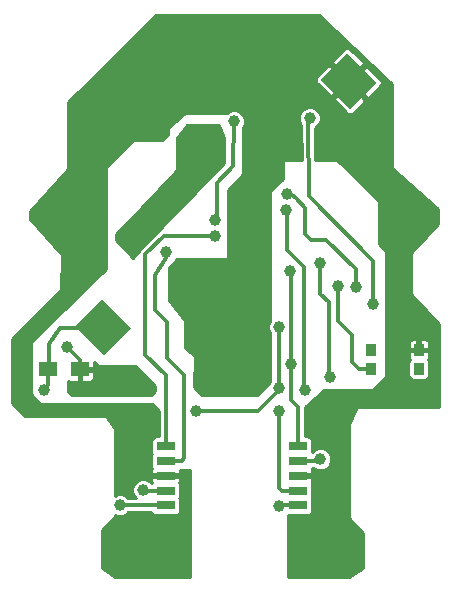
<source format=gbl>
G04 #@! TF.FileFunction,Copper,L2,Bot,Signal*
%FSLAX46Y46*%
G04 Gerber Fmt 4.6, Leading zero omitted, Abs format (unit mm)*
G04 Created by KiCad (PCBNEW (2014-11-29 BZR 5307)-product) date 2/1/2015 9:55:14 PM*
%MOMM*%
G01*
G04 APERTURE LIST*
%ADD10C,0.150000*%
%ADD11R,1.600000X0.800000*%
%ADD12R,3.000000X2.100000*%
%ADD13R,1.500000X1.300000*%
%ADD14R,0.900000X1.000000*%
%ADD15C,1.000000*%
%ADD16C,0.300000*%
%ADD17C,0.254000*%
G04 APERTURE END LIST*
D10*
D11*
X118100000Y-124000000D03*
X118100000Y-125250000D03*
X118100000Y-126500000D03*
X118100000Y-127750000D03*
X118100000Y-129000000D03*
D12*
X121000000Y-121450000D03*
X121000000Y-131550000D03*
D10*
G36*
X101711596Y-116263278D02*
X99236722Y-113788404D01*
X101499464Y-111525662D01*
X103974338Y-114000536D01*
X101711596Y-116263278D01*
X101711596Y-116263278D01*
G37*
G36*
X122500536Y-95474338D02*
X120025662Y-92999464D01*
X122288404Y-90736722D01*
X124763278Y-93211596D01*
X122500536Y-95474338D01*
X122500536Y-95474338D01*
G37*
D13*
X96950000Y-117500000D03*
X99650000Y-117500000D03*
D14*
X124250000Y-117450000D03*
X128350000Y-117450000D03*
X124250000Y-115850000D03*
X128350000Y-115850000D03*
D11*
X106900000Y-129000000D03*
X106900000Y-127750000D03*
X106900000Y-126500000D03*
X106900000Y-125250000D03*
X106900000Y-124000000D03*
D12*
X104000000Y-131550000D03*
X104000000Y-121450000D03*
D15*
X123150000Y-100250000D03*
X124400000Y-101450000D03*
X115900000Y-100850000D03*
X101050000Y-104500000D03*
X97300000Y-104750000D03*
X112275000Y-108975000D03*
X112325000Y-111175000D03*
X111300000Y-114550000D03*
X106900000Y-134450000D03*
X118100000Y-134450000D03*
X126950000Y-107750000D03*
X106150000Y-96750000D03*
X127700000Y-104600000D03*
X116500000Y-98900000D03*
X112500000Y-88200000D03*
X110900000Y-97400000D03*
X109500000Y-121000000D03*
X116500000Y-113900000D03*
X116500000Y-119100000D03*
X105000000Y-119000000D03*
X105000000Y-127700000D03*
X98550000Y-115625000D03*
X99310000Y-119180000D03*
X103250000Y-106200000D03*
X105040000Y-106270000D03*
X109000000Y-97500000D03*
X121500000Y-110400000D03*
X106975000Y-107575000D03*
X111050000Y-106225000D03*
X117450000Y-109150000D03*
X117500000Y-117000000D03*
X120800000Y-118100000D03*
X120000000Y-108500000D03*
X120000000Y-125100000D03*
X123000000Y-110500000D03*
X117150000Y-102675000D03*
X116500000Y-129100000D03*
X117100000Y-104000000D03*
X118700000Y-119200000D03*
X116500000Y-121000000D03*
X96600000Y-119200000D03*
X103000000Y-129000000D03*
X119100000Y-96200000D03*
X112670611Y-96499666D03*
X111075000Y-104850000D03*
X124430000Y-111960000D03*
D16*
X123150000Y-100250000D02*
X123200000Y-100250000D01*
X123200000Y-100250000D02*
X124400000Y-101450000D01*
X112325000Y-113525000D02*
X112325000Y-111175000D01*
X111300000Y-114550000D02*
X112325000Y-113525000D01*
X116500000Y-119100000D02*
X116500000Y-119200000D01*
X114700000Y-121000000D02*
X109500000Y-121000000D01*
X116500000Y-119200000D02*
X114700000Y-121000000D01*
X116500000Y-119100000D02*
X116500000Y-113900000D01*
X106900000Y-127750000D02*
X105050000Y-127750000D01*
X105050000Y-127750000D02*
X105000000Y-127700000D01*
X99350000Y-117500000D02*
X104000000Y-117500000D01*
X104000000Y-117500000D02*
X105000000Y-118500000D01*
X105000000Y-118500000D02*
X105000000Y-119000000D01*
X105250000Y-127950000D02*
X105000000Y-127700000D01*
X99650000Y-116725000D02*
X98550000Y-115625000D01*
X99650000Y-117500000D02*
X99650000Y-116725000D01*
X99650000Y-118840000D02*
X99310000Y-119180000D01*
X99650000Y-117500000D02*
X99650000Y-118840000D01*
X109000000Y-100200000D02*
X103250000Y-105950000D01*
X103250000Y-105950000D02*
X103250000Y-106200000D01*
X109000000Y-97500000D02*
X109000000Y-100200000D01*
X124250000Y-117450000D02*
X123300000Y-117450000D01*
X121790000Y-113690000D02*
X121500000Y-113400000D01*
X121500000Y-113400000D02*
X121500000Y-110400000D01*
X122700000Y-114600000D02*
X121790000Y-113690000D01*
X122700000Y-116850000D02*
X122700000Y-114600000D01*
X123300000Y-117450000D02*
X122700000Y-116850000D01*
X106900000Y-125250000D02*
X108250000Y-125250000D01*
X106975000Y-108075000D02*
X106975000Y-107575000D01*
X106000000Y-109500000D02*
X106975000Y-108075000D01*
X106000000Y-112500000D02*
X106000000Y-109500000D01*
X107000000Y-113500000D02*
X106000000Y-112500000D01*
X107000000Y-116500000D02*
X107000000Y-113500000D01*
X108500000Y-118000000D02*
X107000000Y-116500000D01*
X108500000Y-125000000D02*
X108500000Y-118000000D01*
X108250000Y-125250000D02*
X108500000Y-125000000D01*
X106900000Y-118000000D02*
X106900000Y-124000000D01*
X105175000Y-116275000D02*
X106900000Y-118000000D01*
X105175000Y-107725000D02*
X105175000Y-116275000D01*
X106725000Y-106175000D02*
X105175000Y-107725000D01*
X111000000Y-106175000D02*
X106725000Y-106175000D01*
X111050000Y-106225000D02*
X111000000Y-106175000D01*
X117500000Y-112000000D02*
X117500000Y-117000000D01*
X117500000Y-109200000D02*
X117500000Y-112000000D01*
X117450000Y-109150000D02*
X117500000Y-109200000D01*
X118100000Y-124000000D02*
X118100000Y-120700000D01*
X117500000Y-118097500D02*
X117500000Y-117000000D01*
X117500000Y-120100000D02*
X117500000Y-118097500D01*
X118100000Y-120700000D02*
X117500000Y-120100000D01*
X120000000Y-110500000D02*
X120000000Y-108500000D01*
X120000000Y-111100000D02*
X120000000Y-110500000D01*
X120700000Y-111800000D02*
X120000000Y-111100000D01*
X120700000Y-118000000D02*
X120700000Y-111800000D01*
X120700000Y-118000000D02*
X120800000Y-118100000D01*
X118100000Y-125250000D02*
X119850000Y-125250000D01*
X119850000Y-125250000D02*
X120000000Y-125100000D01*
X119750000Y-125350000D02*
X120000000Y-125100000D01*
X119200000Y-106500000D02*
X118700000Y-106000000D01*
X118700000Y-106000000D02*
X118700000Y-103800000D01*
X118700000Y-103800000D02*
X117900000Y-103000000D01*
X123000000Y-109000000D02*
X123000000Y-110500000D01*
X120500000Y-106500000D02*
X123000000Y-109000000D01*
X120500000Y-106500000D02*
X119200000Y-106500000D01*
X117600000Y-102700000D02*
X117900000Y-103000000D01*
X117175000Y-102700000D02*
X117600000Y-102700000D01*
X117150000Y-102675000D02*
X117175000Y-102700000D01*
X118100000Y-129000000D02*
X116500000Y-129000000D01*
X116500000Y-129000000D02*
X116500000Y-129100000D01*
X117200000Y-104100000D02*
X117100000Y-104000000D01*
X118600000Y-108800000D02*
X117200000Y-107400000D01*
X118600000Y-119100000D02*
X118600000Y-108800000D01*
X118700000Y-119200000D02*
X118600000Y-119100000D01*
X117200000Y-107400000D02*
X117200000Y-104100000D01*
X118100000Y-127750000D02*
X116750000Y-127750000D01*
X116500000Y-122000000D02*
X116500000Y-121000000D01*
X116500000Y-127500000D02*
X116500000Y-122000000D01*
X116750000Y-127750000D02*
X116500000Y-127500000D01*
X96600000Y-117850000D02*
X96950000Y-117500000D01*
X96600000Y-119200000D02*
X96750000Y-119050000D01*
X106900000Y-129000000D02*
X103000000Y-129000000D01*
X101605530Y-113894470D02*
X99605530Y-113894470D01*
X99605530Y-113894470D02*
X99500000Y-114000000D01*
X99500000Y-114000000D02*
X98000000Y-114000000D01*
X98000000Y-114000000D02*
X97050000Y-115350000D01*
X97050000Y-115350000D02*
X97050000Y-118000000D01*
X96950000Y-118850000D02*
X96600000Y-119200000D01*
X96950000Y-117500000D02*
X96950000Y-118850000D01*
X119100000Y-96200000D02*
X118975000Y-96325000D01*
X118975000Y-96325000D02*
X119000000Y-102800000D01*
X119000000Y-102800000D02*
X124457500Y-108282500D01*
X112600000Y-100300000D02*
X112670611Y-96499666D01*
X111225000Y-101675000D02*
X112600000Y-100300000D01*
X111225000Y-104700000D02*
X111225000Y-101675000D01*
X111075000Y-104850000D02*
X111225000Y-104700000D01*
X124430000Y-111960000D02*
X124457500Y-111932500D01*
X124457500Y-111932500D02*
X124457500Y-108282500D01*
D17*
G36*
X130073000Y-120673000D02*
X129235365Y-120673000D01*
X129235365Y-117950000D01*
X129235365Y-116950000D01*
X129203776Y-116787186D01*
X129109777Y-116644091D01*
X129161993Y-116591876D01*
X129227000Y-116434936D01*
X129227000Y-116265065D01*
X129227000Y-116079750D01*
X129227000Y-115620250D01*
X129227000Y-115434935D01*
X129227000Y-115265064D01*
X129161993Y-115108124D01*
X129041876Y-114988007D01*
X128884935Y-114923000D01*
X128579750Y-114923000D01*
X128473000Y-115029750D01*
X128473000Y-115727000D01*
X129120250Y-115727000D01*
X129227000Y-115620250D01*
X129227000Y-116079750D01*
X129120250Y-115973000D01*
X128473000Y-115973000D01*
X128473000Y-115993000D01*
X128227000Y-115993000D01*
X128227000Y-115973000D01*
X128227000Y-115727000D01*
X128227000Y-115029750D01*
X128120250Y-114923000D01*
X127815065Y-114923000D01*
X127658124Y-114988007D01*
X127538007Y-115108124D01*
X127473000Y-115265064D01*
X127473000Y-115434935D01*
X127473000Y-115620250D01*
X127579750Y-115727000D01*
X128227000Y-115727000D01*
X128227000Y-115973000D01*
X127579750Y-115973000D01*
X127473000Y-116079750D01*
X127473000Y-116265065D01*
X127473000Y-116434936D01*
X127538007Y-116591876D01*
X127590971Y-116644840D01*
X127498300Y-116782132D01*
X127464635Y-116950000D01*
X127464635Y-117950000D01*
X127496224Y-118112814D01*
X127590224Y-118255912D01*
X127732132Y-118351700D01*
X127900000Y-118385365D01*
X128800000Y-118385365D01*
X128962814Y-118353776D01*
X129105912Y-118259776D01*
X129201700Y-118117868D01*
X129235365Y-117950000D01*
X129235365Y-120673000D01*
X123120174Y-120673000D01*
X122433000Y-122101033D01*
X122433000Y-130079043D01*
X123613000Y-131379043D01*
X123613000Y-134302920D01*
X122440790Y-135103000D01*
X117246810Y-135103000D01*
X117238888Y-129823109D01*
X117300000Y-129835365D01*
X118900000Y-129835365D01*
X119062814Y-129803776D01*
X119205912Y-129709776D01*
X119301700Y-129567868D01*
X119335365Y-129400000D01*
X119335365Y-128600000D01*
X119303776Y-128437186D01*
X119263029Y-128375157D01*
X119301700Y-128317868D01*
X119335365Y-128150000D01*
X119335365Y-127350000D01*
X119303776Y-127187186D01*
X119266641Y-127130654D01*
X119327000Y-126984935D01*
X119327000Y-126729750D01*
X119220250Y-126623000D01*
X118223000Y-126623000D01*
X118223000Y-126643000D01*
X117977000Y-126643000D01*
X117977000Y-126623000D01*
X117957000Y-126623000D01*
X117957000Y-126377000D01*
X117977000Y-126377000D01*
X117977000Y-126357000D01*
X118223000Y-126357000D01*
X118223000Y-126377000D01*
X119220250Y-126377000D01*
X119327000Y-126270250D01*
X119327000Y-126015065D01*
X119266759Y-125869631D01*
X119295535Y-125827000D01*
X119415898Y-125827000D01*
X119474211Y-125885414D01*
X119814799Y-126026839D01*
X120183583Y-126027161D01*
X120524417Y-125886331D01*
X120785414Y-125625789D01*
X120926839Y-125285201D01*
X120927161Y-124916417D01*
X120786331Y-124575583D01*
X120525789Y-124314586D01*
X120185201Y-124173161D01*
X119816417Y-124172839D01*
X119475583Y-124313669D01*
X119321914Y-124467069D01*
X119335365Y-124400000D01*
X119335365Y-123600000D01*
X119303776Y-123437186D01*
X119209776Y-123294088D01*
X119067868Y-123198300D01*
X118900000Y-123164635D01*
X118677000Y-123164635D01*
X118677000Y-120712219D01*
X120347073Y-119277000D01*
X124452605Y-119277000D01*
X125577000Y-118152605D01*
X125577000Y-112700124D01*
X125587101Y-107528605D01*
X125190278Y-107119757D01*
X125190278Y-93296532D01*
X125190278Y-93126660D01*
X125125271Y-92969720D01*
X125005154Y-92849603D01*
X123990233Y-91834682D01*
X123839266Y-91834682D01*
X123665318Y-92008630D01*
X123665318Y-91660734D01*
X123665318Y-91509767D01*
X122650397Y-90494846D01*
X122530280Y-90374729D01*
X122373340Y-90309722D01*
X122203468Y-90309722D01*
X122046528Y-90374730D01*
X121017556Y-91403701D01*
X121017556Y-91554668D01*
X122394470Y-92931582D01*
X123665318Y-91660734D01*
X123665318Y-92008630D01*
X122568418Y-93105530D01*
X123945332Y-94482444D01*
X124096299Y-94482444D01*
X125125270Y-93453472D01*
X125190278Y-93296532D01*
X125190278Y-107119757D01*
X124927000Y-106848502D01*
X124927000Y-103247395D01*
X123771384Y-102091779D01*
X123771384Y-94807359D01*
X123771384Y-94656392D01*
X122394470Y-93279478D01*
X122220522Y-93453426D01*
X122220522Y-93105530D01*
X120843608Y-91728616D01*
X120692641Y-91728616D01*
X119663670Y-92757588D01*
X119598662Y-92914528D01*
X119598662Y-93084400D01*
X119663669Y-93241340D01*
X119783786Y-93361457D01*
X120798707Y-94376378D01*
X120949674Y-94376378D01*
X122220522Y-93105530D01*
X122220522Y-93453426D01*
X121123622Y-94550326D01*
X121123622Y-94701293D01*
X122138543Y-95716214D01*
X122258660Y-95836331D01*
X122415600Y-95901338D01*
X122585472Y-95901338D01*
X122742412Y-95836330D01*
X123771384Y-94807359D01*
X123771384Y-102091779D01*
X121452605Y-99773000D01*
X119565317Y-99773000D01*
X119554669Y-97015150D01*
X119624417Y-96986331D01*
X119885414Y-96725789D01*
X120026839Y-96385201D01*
X120027161Y-96016417D01*
X119886331Y-95675583D01*
X119625789Y-95414586D01*
X119285201Y-95273161D01*
X118916417Y-95272839D01*
X118575583Y-95413669D01*
X118314586Y-95674211D01*
X118173161Y-96014799D01*
X118172839Y-96383583D01*
X118313669Y-96724417D01*
X118399870Y-96810769D01*
X118411308Y-99773000D01*
X116864595Y-99773000D01*
X116848562Y-101344287D01*
X115723247Y-102394581D01*
X115698000Y-108024715D01*
X115698000Y-113414154D01*
X115573161Y-113714799D01*
X115572839Y-114083583D01*
X115698000Y-114386495D01*
X115698000Y-118548211D01*
X114646576Y-119623000D01*
X110022553Y-119623000D01*
X109327546Y-119017672D01*
X109352572Y-116365016D01*
X108552638Y-115715070D01*
X108577474Y-113355654D01*
X107202000Y-111655068D01*
X107202000Y-108919549D01*
X107836039Y-108127000D01*
X112152000Y-108127000D01*
X112152000Y-102324164D01*
X113427000Y-100924164D01*
X113427000Y-97054429D01*
X113456025Y-97025455D01*
X113597450Y-96684867D01*
X113597772Y-96316083D01*
X113456942Y-95975249D01*
X113196400Y-95714252D01*
X112855812Y-95572827D01*
X112487028Y-95572505D01*
X112146194Y-95713335D01*
X112086424Y-95773000D01*
X108553020Y-95773000D01*
X107073000Y-97041588D01*
X107073000Y-97640516D01*
X106554020Y-98073000D01*
X104147395Y-98073000D01*
X101873000Y-100347395D01*
X101873000Y-108956981D01*
X95543000Y-115216981D01*
X95543000Y-119617224D01*
X96241848Y-120427000D01*
X105745986Y-120427000D01*
X106323000Y-121026207D01*
X106323000Y-123164635D01*
X106100000Y-123164635D01*
X105937186Y-123196224D01*
X105794088Y-123290224D01*
X105698300Y-123432132D01*
X105664635Y-123600000D01*
X105664635Y-124400000D01*
X105696224Y-124562814D01*
X105736970Y-124624842D01*
X105698300Y-124682132D01*
X105664635Y-124850000D01*
X105664635Y-125650000D01*
X105696224Y-125812814D01*
X105733358Y-125869345D01*
X105673000Y-126015065D01*
X105673000Y-126270250D01*
X105779750Y-126377000D01*
X106777000Y-126377000D01*
X106777000Y-126357000D01*
X107023000Y-126357000D01*
X107023000Y-126377000D01*
X108020250Y-126377000D01*
X108127000Y-126270250D01*
X108127000Y-126027000D01*
X108973000Y-126027000D01*
X108973000Y-135073000D01*
X102589829Y-135073000D01*
X101527000Y-134333641D01*
X101527000Y-131053504D01*
X102577000Y-130028504D01*
X102577000Y-129828095D01*
X102814799Y-129926839D01*
X103183583Y-129927161D01*
X103524417Y-129786331D01*
X103734113Y-129577000D01*
X105705542Y-129577000D01*
X105790224Y-129705912D01*
X105932132Y-129801700D01*
X106100000Y-129835365D01*
X107700000Y-129835365D01*
X107862814Y-129803776D01*
X108005912Y-129709776D01*
X108101700Y-129567868D01*
X108135365Y-129400000D01*
X108135365Y-128600000D01*
X108103776Y-128437186D01*
X108063029Y-128375157D01*
X108101700Y-128317868D01*
X108135365Y-128150000D01*
X108135365Y-127350000D01*
X108103776Y-127187186D01*
X108066641Y-127130654D01*
X108127000Y-126984935D01*
X108127000Y-126729750D01*
X108020250Y-126623000D01*
X107023000Y-126623000D01*
X107023000Y-126643000D01*
X106777000Y-126643000D01*
X106777000Y-126623000D01*
X105779750Y-126623000D01*
X105673000Y-126729750D01*
X105673000Y-126984935D01*
X105727598Y-127116748D01*
X105525789Y-126914586D01*
X105185201Y-126773161D01*
X104816417Y-126772839D01*
X104475583Y-126913669D01*
X104214586Y-127174211D01*
X104073161Y-127514799D01*
X104072839Y-127883583D01*
X104213669Y-128224417D01*
X104411905Y-128423000D01*
X103733839Y-128423000D01*
X103525789Y-128214586D01*
X103185201Y-128073161D01*
X102816417Y-128072839D01*
X102577000Y-128171764D01*
X102577000Y-122500367D01*
X101866587Y-121473000D01*
X94955526Y-121473000D01*
X93917000Y-120350269D01*
X93917000Y-114912156D01*
X98025756Y-110753415D01*
X98094178Y-107899251D01*
X98250829Y-107889142D01*
X95427000Y-104751269D01*
X95427000Y-104049306D01*
X98627000Y-100549306D01*
X98627000Y-94853105D01*
X106052107Y-87527000D01*
X119849817Y-87527000D01*
X126073000Y-93355060D01*
X126073000Y-100456669D01*
X129973000Y-103956669D01*
X129973000Y-105150467D01*
X127673000Y-107650467D01*
X127673000Y-109860857D01*
X127662087Y-109915721D01*
X127662087Y-109915722D01*
X127662087Y-110084278D01*
X127662087Y-110084279D01*
X127673000Y-110139142D01*
X127673000Y-111151093D01*
X130073000Y-113651093D01*
X130073000Y-120673000D01*
X130073000Y-120673000D01*
G37*
X130073000Y-120673000D02*
X129235365Y-120673000D01*
X129235365Y-117950000D01*
X129235365Y-116950000D01*
X129203776Y-116787186D01*
X129109777Y-116644091D01*
X129161993Y-116591876D01*
X129227000Y-116434936D01*
X129227000Y-116265065D01*
X129227000Y-116079750D01*
X129227000Y-115620250D01*
X129227000Y-115434935D01*
X129227000Y-115265064D01*
X129161993Y-115108124D01*
X129041876Y-114988007D01*
X128884935Y-114923000D01*
X128579750Y-114923000D01*
X128473000Y-115029750D01*
X128473000Y-115727000D01*
X129120250Y-115727000D01*
X129227000Y-115620250D01*
X129227000Y-116079750D01*
X129120250Y-115973000D01*
X128473000Y-115973000D01*
X128473000Y-115993000D01*
X128227000Y-115993000D01*
X128227000Y-115973000D01*
X128227000Y-115727000D01*
X128227000Y-115029750D01*
X128120250Y-114923000D01*
X127815065Y-114923000D01*
X127658124Y-114988007D01*
X127538007Y-115108124D01*
X127473000Y-115265064D01*
X127473000Y-115434935D01*
X127473000Y-115620250D01*
X127579750Y-115727000D01*
X128227000Y-115727000D01*
X128227000Y-115973000D01*
X127579750Y-115973000D01*
X127473000Y-116079750D01*
X127473000Y-116265065D01*
X127473000Y-116434936D01*
X127538007Y-116591876D01*
X127590971Y-116644840D01*
X127498300Y-116782132D01*
X127464635Y-116950000D01*
X127464635Y-117950000D01*
X127496224Y-118112814D01*
X127590224Y-118255912D01*
X127732132Y-118351700D01*
X127900000Y-118385365D01*
X128800000Y-118385365D01*
X128962814Y-118353776D01*
X129105912Y-118259776D01*
X129201700Y-118117868D01*
X129235365Y-117950000D01*
X129235365Y-120673000D01*
X123120174Y-120673000D01*
X122433000Y-122101033D01*
X122433000Y-130079043D01*
X123613000Y-131379043D01*
X123613000Y-134302920D01*
X122440790Y-135103000D01*
X117246810Y-135103000D01*
X117238888Y-129823109D01*
X117300000Y-129835365D01*
X118900000Y-129835365D01*
X119062814Y-129803776D01*
X119205912Y-129709776D01*
X119301700Y-129567868D01*
X119335365Y-129400000D01*
X119335365Y-128600000D01*
X119303776Y-128437186D01*
X119263029Y-128375157D01*
X119301700Y-128317868D01*
X119335365Y-128150000D01*
X119335365Y-127350000D01*
X119303776Y-127187186D01*
X119266641Y-127130654D01*
X119327000Y-126984935D01*
X119327000Y-126729750D01*
X119220250Y-126623000D01*
X118223000Y-126623000D01*
X118223000Y-126643000D01*
X117977000Y-126643000D01*
X117977000Y-126623000D01*
X117957000Y-126623000D01*
X117957000Y-126377000D01*
X117977000Y-126377000D01*
X117977000Y-126357000D01*
X118223000Y-126357000D01*
X118223000Y-126377000D01*
X119220250Y-126377000D01*
X119327000Y-126270250D01*
X119327000Y-126015065D01*
X119266759Y-125869631D01*
X119295535Y-125827000D01*
X119415898Y-125827000D01*
X119474211Y-125885414D01*
X119814799Y-126026839D01*
X120183583Y-126027161D01*
X120524417Y-125886331D01*
X120785414Y-125625789D01*
X120926839Y-125285201D01*
X120927161Y-124916417D01*
X120786331Y-124575583D01*
X120525789Y-124314586D01*
X120185201Y-124173161D01*
X119816417Y-124172839D01*
X119475583Y-124313669D01*
X119321914Y-124467069D01*
X119335365Y-124400000D01*
X119335365Y-123600000D01*
X119303776Y-123437186D01*
X119209776Y-123294088D01*
X119067868Y-123198300D01*
X118900000Y-123164635D01*
X118677000Y-123164635D01*
X118677000Y-120712219D01*
X120347073Y-119277000D01*
X124452605Y-119277000D01*
X125577000Y-118152605D01*
X125577000Y-112700124D01*
X125587101Y-107528605D01*
X125190278Y-107119757D01*
X125190278Y-93296532D01*
X125190278Y-93126660D01*
X125125271Y-92969720D01*
X125005154Y-92849603D01*
X123990233Y-91834682D01*
X123839266Y-91834682D01*
X123665318Y-92008630D01*
X123665318Y-91660734D01*
X123665318Y-91509767D01*
X122650397Y-90494846D01*
X122530280Y-90374729D01*
X122373340Y-90309722D01*
X122203468Y-90309722D01*
X122046528Y-90374730D01*
X121017556Y-91403701D01*
X121017556Y-91554668D01*
X122394470Y-92931582D01*
X123665318Y-91660734D01*
X123665318Y-92008630D01*
X122568418Y-93105530D01*
X123945332Y-94482444D01*
X124096299Y-94482444D01*
X125125270Y-93453472D01*
X125190278Y-93296532D01*
X125190278Y-107119757D01*
X124927000Y-106848502D01*
X124927000Y-103247395D01*
X123771384Y-102091779D01*
X123771384Y-94807359D01*
X123771384Y-94656392D01*
X122394470Y-93279478D01*
X122220522Y-93453426D01*
X122220522Y-93105530D01*
X120843608Y-91728616D01*
X120692641Y-91728616D01*
X119663670Y-92757588D01*
X119598662Y-92914528D01*
X119598662Y-93084400D01*
X119663669Y-93241340D01*
X119783786Y-93361457D01*
X120798707Y-94376378D01*
X120949674Y-94376378D01*
X122220522Y-93105530D01*
X122220522Y-93453426D01*
X121123622Y-94550326D01*
X121123622Y-94701293D01*
X122138543Y-95716214D01*
X122258660Y-95836331D01*
X122415600Y-95901338D01*
X122585472Y-95901338D01*
X122742412Y-95836330D01*
X123771384Y-94807359D01*
X123771384Y-102091779D01*
X121452605Y-99773000D01*
X119565317Y-99773000D01*
X119554669Y-97015150D01*
X119624417Y-96986331D01*
X119885414Y-96725789D01*
X120026839Y-96385201D01*
X120027161Y-96016417D01*
X119886331Y-95675583D01*
X119625789Y-95414586D01*
X119285201Y-95273161D01*
X118916417Y-95272839D01*
X118575583Y-95413669D01*
X118314586Y-95674211D01*
X118173161Y-96014799D01*
X118172839Y-96383583D01*
X118313669Y-96724417D01*
X118399870Y-96810769D01*
X118411308Y-99773000D01*
X116864595Y-99773000D01*
X116848562Y-101344287D01*
X115723247Y-102394581D01*
X115698000Y-108024715D01*
X115698000Y-113414154D01*
X115573161Y-113714799D01*
X115572839Y-114083583D01*
X115698000Y-114386495D01*
X115698000Y-118548211D01*
X114646576Y-119623000D01*
X110022553Y-119623000D01*
X109327546Y-119017672D01*
X109352572Y-116365016D01*
X108552638Y-115715070D01*
X108577474Y-113355654D01*
X107202000Y-111655068D01*
X107202000Y-108919549D01*
X107836039Y-108127000D01*
X112152000Y-108127000D01*
X112152000Y-102324164D01*
X113427000Y-100924164D01*
X113427000Y-97054429D01*
X113456025Y-97025455D01*
X113597450Y-96684867D01*
X113597772Y-96316083D01*
X113456942Y-95975249D01*
X113196400Y-95714252D01*
X112855812Y-95572827D01*
X112487028Y-95572505D01*
X112146194Y-95713335D01*
X112086424Y-95773000D01*
X108553020Y-95773000D01*
X107073000Y-97041588D01*
X107073000Y-97640516D01*
X106554020Y-98073000D01*
X104147395Y-98073000D01*
X101873000Y-100347395D01*
X101873000Y-108956981D01*
X95543000Y-115216981D01*
X95543000Y-119617224D01*
X96241848Y-120427000D01*
X105745986Y-120427000D01*
X106323000Y-121026207D01*
X106323000Y-123164635D01*
X106100000Y-123164635D01*
X105937186Y-123196224D01*
X105794088Y-123290224D01*
X105698300Y-123432132D01*
X105664635Y-123600000D01*
X105664635Y-124400000D01*
X105696224Y-124562814D01*
X105736970Y-124624842D01*
X105698300Y-124682132D01*
X105664635Y-124850000D01*
X105664635Y-125650000D01*
X105696224Y-125812814D01*
X105733358Y-125869345D01*
X105673000Y-126015065D01*
X105673000Y-126270250D01*
X105779750Y-126377000D01*
X106777000Y-126377000D01*
X106777000Y-126357000D01*
X107023000Y-126357000D01*
X107023000Y-126377000D01*
X108020250Y-126377000D01*
X108127000Y-126270250D01*
X108127000Y-126027000D01*
X108973000Y-126027000D01*
X108973000Y-135073000D01*
X102589829Y-135073000D01*
X101527000Y-134333641D01*
X101527000Y-131053504D01*
X102577000Y-130028504D01*
X102577000Y-129828095D01*
X102814799Y-129926839D01*
X103183583Y-129927161D01*
X103524417Y-129786331D01*
X103734113Y-129577000D01*
X105705542Y-129577000D01*
X105790224Y-129705912D01*
X105932132Y-129801700D01*
X106100000Y-129835365D01*
X107700000Y-129835365D01*
X107862814Y-129803776D01*
X108005912Y-129709776D01*
X108101700Y-129567868D01*
X108135365Y-129400000D01*
X108135365Y-128600000D01*
X108103776Y-128437186D01*
X108063029Y-128375157D01*
X108101700Y-128317868D01*
X108135365Y-128150000D01*
X108135365Y-127350000D01*
X108103776Y-127187186D01*
X108066641Y-127130654D01*
X108127000Y-126984935D01*
X108127000Y-126729750D01*
X108020250Y-126623000D01*
X107023000Y-126623000D01*
X107023000Y-126643000D01*
X106777000Y-126643000D01*
X106777000Y-126623000D01*
X105779750Y-126623000D01*
X105673000Y-126729750D01*
X105673000Y-126984935D01*
X105727598Y-127116748D01*
X105525789Y-126914586D01*
X105185201Y-126773161D01*
X104816417Y-126772839D01*
X104475583Y-126913669D01*
X104214586Y-127174211D01*
X104073161Y-127514799D01*
X104072839Y-127883583D01*
X104213669Y-128224417D01*
X104411905Y-128423000D01*
X103733839Y-128423000D01*
X103525789Y-128214586D01*
X103185201Y-128073161D01*
X102816417Y-128072839D01*
X102577000Y-128171764D01*
X102577000Y-122500367D01*
X101866587Y-121473000D01*
X94955526Y-121473000D01*
X93917000Y-120350269D01*
X93917000Y-114912156D01*
X98025756Y-110753415D01*
X98094178Y-107899251D01*
X98250829Y-107889142D01*
X95427000Y-104751269D01*
X95427000Y-104049306D01*
X98627000Y-100549306D01*
X98627000Y-94853105D01*
X106052107Y-87527000D01*
X119849817Y-87527000D01*
X126073000Y-93355060D01*
X126073000Y-100456669D01*
X129973000Y-103956669D01*
X129973000Y-105150467D01*
X127673000Y-107650467D01*
X127673000Y-109860857D01*
X127662087Y-109915721D01*
X127662087Y-109915722D01*
X127662087Y-110084278D01*
X127662087Y-110084279D01*
X127673000Y-110139142D01*
X127673000Y-111151093D01*
X130073000Y-113651093D01*
X130073000Y-120673000D01*
G36*
X111872772Y-97934075D02*
X111853473Y-100018291D01*
X106292944Y-105791053D01*
X104766999Y-107316999D01*
X104641922Y-107504192D01*
X104641696Y-107505326D01*
X104121227Y-108045661D01*
X102737000Y-106569763D01*
X102737000Y-106059872D01*
X103612903Y-105116591D01*
X107856625Y-100580547D01*
X107876681Y-97903039D01*
X108713181Y-96797000D01*
X111414274Y-96797000D01*
X111872772Y-97934075D01*
X111872772Y-97934075D01*
G37*
X111872772Y-97934075D02*
X111853473Y-100018291D01*
X106292944Y-105791053D01*
X104766999Y-107316999D01*
X104641922Y-107504192D01*
X104641696Y-107505326D01*
X104121227Y-108045661D01*
X102737000Y-106569763D01*
X102737000Y-106059872D01*
X103612903Y-105116591D01*
X107856625Y-100580547D01*
X107876681Y-97903039D01*
X108713181Y-96797000D01*
X111414274Y-96797000D01*
X111872772Y-97934075D01*
G36*
X105993000Y-119305571D02*
X105649278Y-119632925D01*
X100827000Y-119625833D01*
X100827000Y-118234936D01*
X100827000Y-118065065D01*
X100827000Y-117729750D01*
X100720250Y-117623000D01*
X99773000Y-117623000D01*
X99773000Y-118470250D01*
X99879750Y-118577000D01*
X100484935Y-118577000D01*
X100641876Y-118511993D01*
X100761993Y-118391876D01*
X100827000Y-118234936D01*
X100827000Y-119625833D01*
X98942951Y-119623063D01*
X98606782Y-119366934D01*
X98603624Y-118457493D01*
X98658124Y-118511993D01*
X98815065Y-118577000D01*
X99420250Y-118577000D01*
X99527000Y-118470250D01*
X99527000Y-117623000D01*
X99507000Y-117623000D01*
X99507000Y-117377000D01*
X99527000Y-117377000D01*
X99527000Y-117357000D01*
X99773000Y-117357000D01*
X99773000Y-117377000D01*
X100720250Y-117377000D01*
X100827000Y-117270250D01*
X100827000Y-116934935D01*
X100827000Y-116863985D01*
X101189430Y-117207000D01*
X104277603Y-117207000D01*
X105993000Y-118912814D01*
X105993000Y-119305571D01*
X105993000Y-119305571D01*
G37*
X105993000Y-119305571D02*
X105649278Y-119632925D01*
X100827000Y-119625833D01*
X100827000Y-118234936D01*
X100827000Y-118065065D01*
X100827000Y-117729750D01*
X100720250Y-117623000D01*
X99773000Y-117623000D01*
X99773000Y-118470250D01*
X99879750Y-118577000D01*
X100484935Y-118577000D01*
X100641876Y-118511993D01*
X100761993Y-118391876D01*
X100827000Y-118234936D01*
X100827000Y-119625833D01*
X98942951Y-119623063D01*
X98606782Y-119366934D01*
X98603624Y-118457493D01*
X98658124Y-118511993D01*
X98815065Y-118577000D01*
X99420250Y-118577000D01*
X99527000Y-118470250D01*
X99527000Y-117623000D01*
X99507000Y-117623000D01*
X99507000Y-117377000D01*
X99527000Y-117377000D01*
X99527000Y-117357000D01*
X99773000Y-117357000D01*
X99773000Y-117377000D01*
X100720250Y-117377000D01*
X100827000Y-117270250D01*
X100827000Y-116934935D01*
X100827000Y-116863985D01*
X101189430Y-117207000D01*
X104277603Y-117207000D01*
X105993000Y-118912814D01*
X105993000Y-119305571D01*
M02*

</source>
